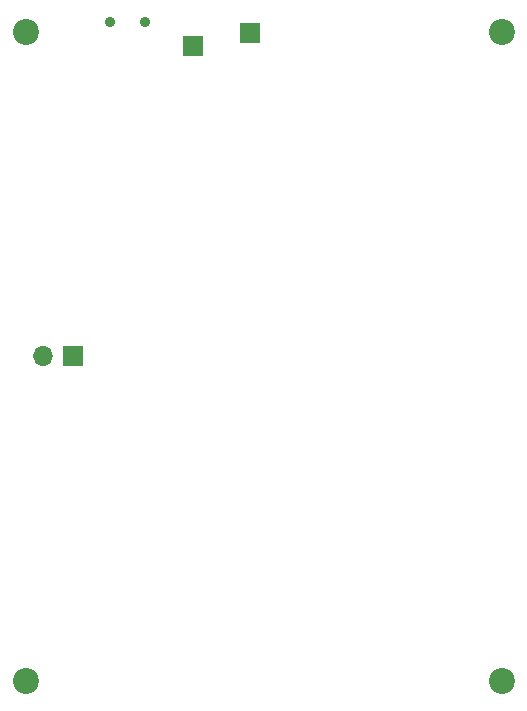
<source format=gts>
G04 #@! TF.GenerationSoftware,KiCad,Pcbnew,9.0.6*
G04 #@! TF.CreationDate,2025-12-20T18:09:35+05:30*
G04 #@! TF.ProjectId,BloodHound_VENOM_LiPo,426c6f6f-6448-46f7-956e-645f56454e4f,1*
G04 #@! TF.SameCoordinates,Original*
G04 #@! TF.FileFunction,Soldermask,Top*
G04 #@! TF.FilePolarity,Negative*
%FSLAX46Y46*%
G04 Gerber Fmt 4.6, Leading zero omitted, Abs format (unit mm)*
G04 Created by KiCad (PCBNEW 9.0.6) date 2025-12-20 18:09:35*
%MOMM*%
%LPD*%
G01*
G04 APERTURE LIST*
%ADD10R,1.700000X1.700000*%
%ADD11C,2.200000*%
%ADD12O,1.700000X1.700000*%
%ADD13C,0.900000*%
G04 APERTURE END LIST*
D10*
X151000000Y-69000000D03*
D11*
X132000000Y-123850000D03*
X172300000Y-123850000D03*
D10*
X136025000Y-96300000D03*
D12*
X133485000Y-96300000D03*
D11*
X172300000Y-68900000D03*
D10*
X146200000Y-70100000D03*
D11*
X132000000Y-68900000D03*
D13*
X139150000Y-68070000D03*
X142150000Y-68070000D03*
M02*

</source>
